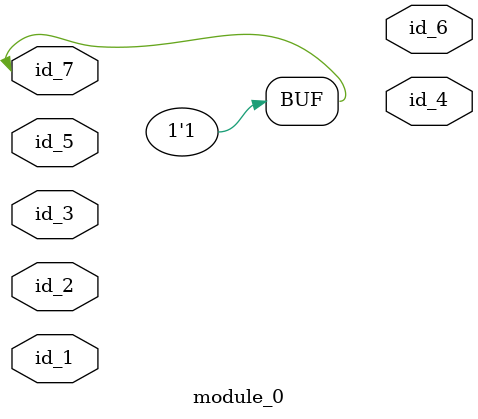
<source format=v>
module module_0 (
    id_1,
    id_2,
    id_3,
    id_4,
    id_5,
    id_6,
    id_7
);
  inout id_7;
  output id_6;
  inout id_5;
  output id_4;
  input id_3;
  inout id_2;
  inout id_1;
  assign id_7 = 1;
endmodule

</source>
